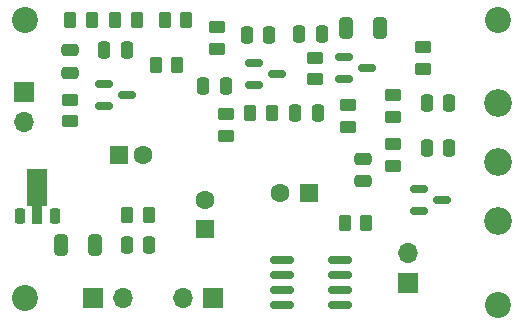
<source format=gts>
G04 #@! TF.GenerationSoftware,KiCad,Pcbnew,9.0.0-9.0.0-2~ubuntu24.04.1*
G04 #@! TF.CreationDate,2025-03-29T11:09:29-07:00*
G04 #@! TF.ProjectId,aud_chain2,6175645f-6368-4616-996e-322e6b696361,rev?*
G04 #@! TF.SameCoordinates,Original*
G04 #@! TF.FileFunction,Soldermask,Top*
G04 #@! TF.FilePolarity,Negative*
%FSLAX46Y46*%
G04 Gerber Fmt 4.6, Leading zero omitted, Abs format (unit mm)*
G04 Created by KiCad (PCBNEW 9.0.0-9.0.0-2~ubuntu24.04.1) date 2025-03-29 11:09:29*
%MOMM*%
%LPD*%
G01*
G04 APERTURE LIST*
G04 Aperture macros list*
%AMRoundRect*
0 Rectangle with rounded corners*
0 $1 Rounding radius*
0 $2 $3 $4 $5 $6 $7 $8 $9 X,Y pos of 4 corners*
0 Add a 4 corners polygon primitive as box body*
4,1,4,$2,$3,$4,$5,$6,$7,$8,$9,$2,$3,0*
0 Add four circle primitives for the rounded corners*
1,1,$1+$1,$2,$3*
1,1,$1+$1,$4,$5*
1,1,$1+$1,$6,$7*
1,1,$1+$1,$8,$9*
0 Add four rect primitives between the rounded corners*
20,1,$1+$1,$2,$3,$4,$5,0*
20,1,$1+$1,$4,$5,$6,$7,0*
20,1,$1+$1,$6,$7,$8,$9,0*
20,1,$1+$1,$8,$9,$2,$3,0*%
%AMFreePoly0*
4,1,9,3.862500,-0.866500,0.737500,-0.866500,0.737500,-0.450000,-0.737500,-0.450000,-0.737500,0.450000,0.737500,0.450000,0.737500,0.866500,3.862500,0.866500,3.862500,-0.866500,3.862500,-0.866500,$1*%
G04 Aperture macros list end*
%ADD10RoundRect,0.250000X-0.250000X-0.475000X0.250000X-0.475000X0.250000X0.475000X-0.250000X0.475000X0*%
%ADD11RoundRect,0.150000X-0.587500X-0.150000X0.587500X-0.150000X0.587500X0.150000X-0.587500X0.150000X0*%
%ADD12C,2.200000*%
%ADD13RoundRect,0.250000X0.475000X-0.250000X0.475000X0.250000X-0.475000X0.250000X-0.475000X-0.250000X0*%
%ADD14R,1.600000X1.600000*%
%ADD15C,1.600000*%
%ADD16RoundRect,0.150000X-0.825000X-0.150000X0.825000X-0.150000X0.825000X0.150000X-0.825000X0.150000X0*%
%ADD17RoundRect,0.250000X0.250000X0.475000X-0.250000X0.475000X-0.250000X-0.475000X0.250000X-0.475000X0*%
%ADD18C,2.340000*%
%ADD19RoundRect,0.250000X-0.262500X-0.450000X0.262500X-0.450000X0.262500X0.450000X-0.262500X0.450000X0*%
%ADD20R,1.700000X1.700000*%
%ADD21O,1.700000X1.700000*%
%ADD22RoundRect,0.250000X-0.450000X0.262500X-0.450000X-0.262500X0.450000X-0.262500X0.450000X0.262500X0*%
%ADD23RoundRect,0.250000X-0.325000X-0.650000X0.325000X-0.650000X0.325000X0.650000X-0.325000X0.650000X0*%
%ADD24RoundRect,0.250000X0.450000X-0.262500X0.450000X0.262500X-0.450000X0.262500X-0.450000X-0.262500X0*%
%ADD25RoundRect,0.250000X0.262500X0.450000X-0.262500X0.450000X-0.262500X-0.450000X0.262500X-0.450000X0*%
%ADD26RoundRect,0.225000X0.225000X-0.425000X0.225000X0.425000X-0.225000X0.425000X-0.225000X-0.425000X0*%
%ADD27FreePoly0,90.000000*%
G04 APERTURE END LIST*
D10*
X87315000Y-140335000D03*
X89215000Y-140335000D03*
D11*
X72722500Y-133162000D03*
X72722500Y-135062000D03*
X74597500Y-134112000D03*
D12*
X93345000Y-129540000D03*
D10*
X76200000Y-137414000D03*
X78100000Y-137414000D03*
D13*
X57150000Y-133980000D03*
X57150000Y-132080000D03*
D14*
X77382380Y-144145000D03*
D15*
X74882380Y-144145000D03*
D16*
X75060000Y-149860000D03*
X75060000Y-151130000D03*
X75060000Y-152400000D03*
X75060000Y-153670000D03*
X80010000Y-153670000D03*
X80010000Y-152400000D03*
X80010000Y-151130000D03*
X80010000Y-149860000D03*
D17*
X73975000Y-130810000D03*
X72075000Y-130810000D03*
D13*
X81915000Y-143190000D03*
X81915000Y-141290000D03*
D12*
X93345000Y-153670000D03*
D18*
X93345000Y-146525000D03*
X93345000Y-141525000D03*
X93345000Y-136525000D03*
D10*
X68392000Y-135128000D03*
X70292000Y-135128000D03*
D17*
X63815000Y-148590000D03*
X61915000Y-148590000D03*
D11*
X80342500Y-132654000D03*
X80342500Y-134554000D03*
X82217500Y-133604000D03*
D17*
X61910000Y-132080000D03*
X60010000Y-132080000D03*
D19*
X72390000Y-137414000D03*
X74215000Y-137414000D03*
D20*
X85725000Y-151770000D03*
D21*
X85725000Y-149230000D03*
D22*
X84455000Y-135890000D03*
X84455000Y-137715000D03*
X84455000Y-140057500D03*
X84455000Y-141882500D03*
D23*
X56310000Y-148590000D03*
X59260000Y-148590000D03*
D12*
X53340000Y-153035000D03*
D19*
X57150000Y-129540000D03*
X58975000Y-129540000D03*
D11*
X60022500Y-134940000D03*
X60022500Y-136840000D03*
X61897500Y-135890000D03*
D23*
X80440000Y-130175000D03*
X83390000Y-130175000D03*
D24*
X70358000Y-139342500D03*
X70358000Y-137517500D03*
D10*
X87315000Y-136525000D03*
X89215000Y-136525000D03*
D24*
X57150000Y-138096000D03*
X57150000Y-136271000D03*
D17*
X78420000Y-130683000D03*
X76520000Y-130683000D03*
D19*
X61952500Y-146050000D03*
X63777500Y-146050000D03*
D22*
X80645000Y-136755500D03*
X80645000Y-138580500D03*
D19*
X64365500Y-133350000D03*
X66190500Y-133350000D03*
D25*
X66952500Y-129540000D03*
X65127500Y-129540000D03*
D22*
X86995000Y-131802500D03*
X86995000Y-133627500D03*
D20*
X53213000Y-135631000D03*
D21*
X53213000Y-138171000D03*
D26*
X52856000Y-146095000D03*
D27*
X54356000Y-146007500D03*
D26*
X55856000Y-146095000D03*
D12*
X53340000Y-129540000D03*
D14*
X68580000Y-147232380D03*
D15*
X68580000Y-144732380D03*
D11*
X86692500Y-143830000D03*
X86692500Y-145730000D03*
X88567500Y-144780000D03*
D19*
X60960000Y-129540000D03*
X62785000Y-129540000D03*
D22*
X69596000Y-130151500D03*
X69596000Y-131976500D03*
D14*
X61274888Y-140970000D03*
D15*
X63274888Y-140970000D03*
D24*
X77851000Y-134540000D03*
X77851000Y-132715000D03*
D20*
X59050000Y-153035000D03*
D21*
X61590000Y-153035000D03*
D25*
X82192500Y-146685000D03*
X80367500Y-146685000D03*
D20*
X69220000Y-153035000D03*
D21*
X66680000Y-153035000D03*
M02*

</source>
